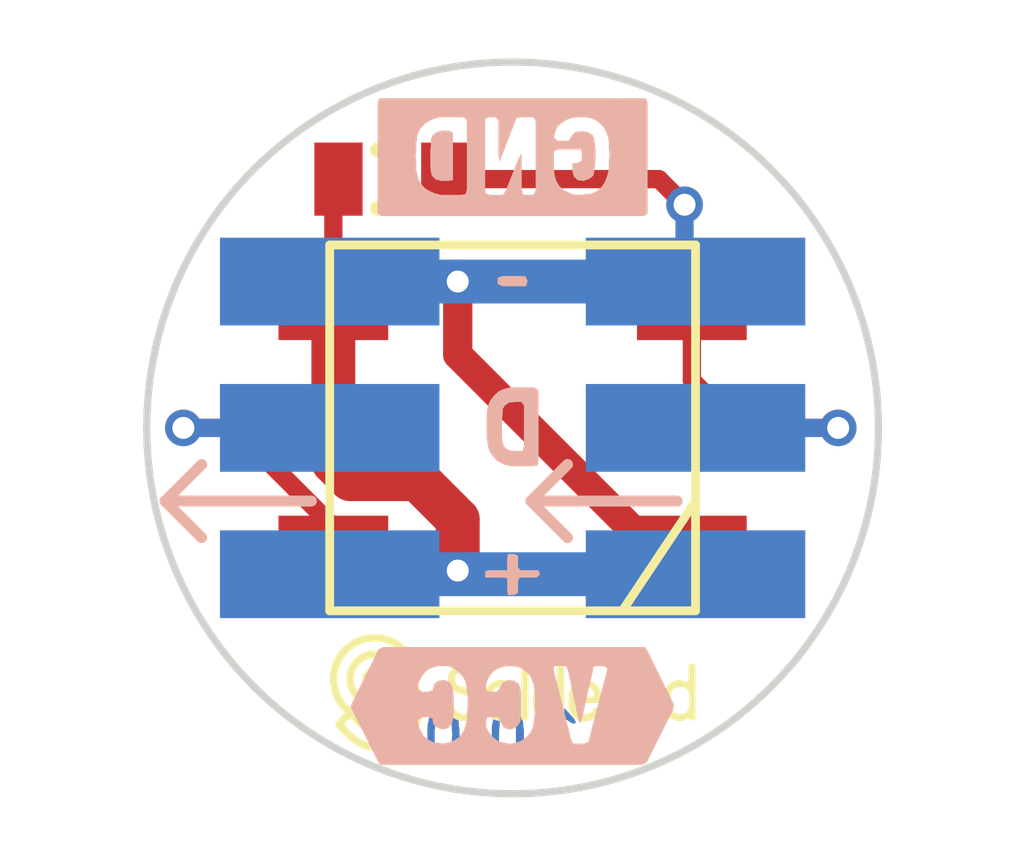
<source format=kicad_pcb>
(kicad_pcb (version 20211014) (generator pcbnew)
  (title_block (title "Smart LED WS2812B Pixel") (date "2021-07-26") (rev "V1.0.0.") (company "SOLDERED") (comment 1 "333054"))
  (layers (0 "F.Cu" signal) (31 "B.Cu" signal) (34 "B.Paste" user) (35 "F.Paste" user) (36 "B.SilkS" user "B.Silkscreen") (37 "F.SilkS" user "F.Silkscreen") (38 "B.Mask" user) (39 "F.Mask" user) (44 "Edge.Cuts" user))
  (net 0 "")
  (net 1 "VCC")
  (net 2 "GND")
  (net 3 "Net-(LED1-Pad2)")
  (net 4 "Net-(LED1-Pad4)")
  (footprint "e-radionica.com footprinti:WS2812B LED" (layer "F.Cu") (at 118 114)
    (fp_text reference "LED1")
    (fp_text value "WS2812B")
    (pad "1" smd rect (at -2.45 -1.65) (size 1.5 0.9) (layers "F.Cu" "F.Paste" "F.Mask") (net 1 "VCC"))
    (pad "2" smd rect (at -2.45 1.65) (size 1.5 0.9) (layers "F.Cu" "F.Paste" "F.Mask") (net 3 "Net-(LED1-Pad2)"))
    (pad "3" smd rect (at 2.45 1.65) (size 1.5 0.9) (layers "F.Cu" "F.Paste" "F.Mask") (net 2 "GND"))
    (pad "4" smd rect (at 2.45 -1.65) (size 1.5 0.9) (layers "F.Cu" "F.Paste" "F.Mask") (net 4 "Net-(LED1-Pad4)"))
  )
  (footprint "e-radionica.com footprinti:0603C" (layer "F.Cu") (at 116.35 110.6)
    (fp_text reference "C1")
    (fp_text value "100n")
    (pad "1" smd rect locked (at -0.73 0) (size 0.66 1) (layers "F.Cu" "F.Paste" "F.Mask") (net 1 "VCC"))
    (pad "2" smd rect locked (at 0.73 0) (size 0.66 1) (layers "F.Cu" "F.Paste" "F.Mask") (net 2 "GND"))
  )
  (footprint "Soldered Graphics:Logo-Front-SolderedFULL-5mm" (layer "F.Cu") (at 118 117.62)
    (fp_text reference "G***" hide)
    (fp_text value "LOGO" hide)
  )
  (footprint "e-radionica.com footprinti:PAD_2x1.5" (layer "B.Cu") (at 121 116 180)
    (fp_text reference "PAD6")
    (fp_text value "PAD_2x1.5")
    (pad "1" smd rect (at 0.5 0 180) (size 3 1.2) (layers "B.Cu" "B.Paste" "B.Mask") (net 1 "VCC"))
  )
  (footprint "e-radionica.com footprinti:PAD_2x1.5" (layer "B.Cu") (at 121 112 180)
    (fp_text reference "PAD5")
    (fp_text value "PAD_2x1.5")
    (pad "1" smd rect (at 0.5 0 180) (size 3 1.2) (layers "B.Cu" "B.Paste" "B.Mask") (net 2 "GND"))
  )
  (footprint "e-radionica.com footprinti:PAD_2x1.5" (layer "B.Cu") (at 115 116 180)
    (fp_text reference "PAD3")
    (fp_text value "PAD_2x1.5")
    (pad "1" smd rect (at -0.5 0 180) (size 3 1.2) (layers "B.Cu" "B.Paste" "B.Mask") (net 1 "VCC"))
  )
  (footprint "e-radionica.com footprinti:PAD_2x1.5" (layer "B.Cu") (at 121 114 180)
    (fp_text reference "PAD2")
    (fp_text value "PAD_2x1.5")
    (pad "1" smd rect (at 0.5 0 180) (size 3 1.2) (layers "B.Cu" "B.Paste" "B.Mask") (net 4 "Net-(LED1-Pad4)"))
  )
  (footprint "e-radionica.com footprinti:PAD_2x1.5" (layer "B.Cu") (at 115.5 112 180)
    (fp_text reference "PAD1")
    (fp_text value "PAD_2x1.5")
    (pad "1" smd rect (at 0 0 180) (size 3 1.2) (layers "B.Cu" "B.Paste" "B.Mask") (net 2 "GND"))
  )
  (footprint "Soldered Graphics:Version1.0.0." (layer "B.Cu") (at 118 118.2 180)
    (fp_text reference "Ref**" hide)
    (fp_text value "Val**" hide)
    (fp_poly (pts (xy 0.06 -0.35) (xy 0.11 -0.35) (xy 0.17 -0.33) (xy 0.13 -0.28) (xy 0.03 -0.28) (xy -0.01 -0.25) (xy -0.03 -0.2) (xy -0.05 -0.15) (xy -0.05 -0.11) (xy -0.05 0.01) (xy -0.05 0.13) (xy -0.05 0.17) (xy -0.03 0.22) (xy -0.01 0.27) (xy 0.02 0.3) (xy 0.13 0.3) (xy 0.16 0.26) (xy 0.18 0.21) (xy 0.18 0.15) (xy 0.19 0.05) (xy 0.19 -0.08) (xy 0.19 -0.12) (xy 0.18 -0.17) (xy 0.16 -0.22) (xy 0.14 -0.27) (xy 0.14 -0.28) (xy 0.17 -0.32) (xy 0.21 -0.29) (xy 0.24 -0.26) (xy 0.26 -0.22) (xy 0.27 -0.16) (xy 0.28 -0.11) (xy 0.28 -0.06) (xy 0.28 0.06) (xy 0.28 0.12) (xy 0.27 0.17) (xy 0.26 0.22) (xy 0.25 0.27) (xy 0.22 0.3) (xy 0.19 0.34) (xy 0.13 0.37) (xy 0.08 0.38) (xy 0.02 0.38) (xy -0.03 0.35) (xy -0.08 0.31) (xy -0.1 0.28) (xy -0.12 0.23) (xy -0.14 0.18) (xy -0.14 0.13) (xy -0.15 0.08) (xy -0.15 -0.04) (xy -0.14 -0.1) (xy -0.14 -0.14) (xy -0.13 -0.2) (xy -0.11 -0.25) (xy -0.08 -0.28) (xy -0.05 -0.32) (xy 0.01 -0.35) (xy 0.06 -0.35)) (layer "B.Cu") (width 0.01) (fill solid))
    (fp_poly (pts (xy -0.44 -0.38) (xy -0.39 -0.38) (xy -0.34 -0.37) (xy -0.34 -0.33) (xy -0.34 -0.27) (xy -0.38 -0.26) (xy -0.43 -0.26) (xy -0.46 -0.29) (xy -0.46 -0.34) (xy -0.44 -0.38)) (layer "B.Cu") (width 0.01) (fill solid))
    (fp_poly (pts (xy 0.43 -0.38) (xy 0.48 -0.38) (xy 0.54 -0.37) (xy 0.54 -0.33) (xy 0.54 -0.27) (xy 0.5 -0.26) (xy 0.45 -0.26) (xy 0.42 -0.29) (xy 0.42 -0.34) (xy 0.43 -0.38)) (layer "B.Cu") (width 0.01) (fill solid))
    (fp_poly (pts (xy 0.93 -0.35) (xy 0.99 -0.35) (xy 1.04 -0.33) (xy 1.01 -0.28) (xy 0.91 -0.28) (xy 0.87 -0.25) (xy 0.85 -0.2) (xy 0.83 -0.15) (xy 0.83 -0.11) (xy 0.82 0.01) (xy 0.83 0.13) (xy 0.83 0.17) (xy 0.84 0.22) (xy 0.87 0.27) (xy 0.9 0.3) (xy 1.01 0.3) (xy 1.04 0.26) (xy 1.05 0.21) (xy 1.06 0.15) (xy 1.07 0.05) (xy 1.07 -0.08) (xy 1.06 -0.12) (xy 1.06 -0.17) (xy 1.04 -0.22) (xy 1.02 -0.27) (xy 1.01 -0.28) (xy 1.05 -0.32) (xy 1.09 -0.29) (xy 1.12 -0.26) (xy 1.14 -0.22) (xy 1.15 -0.16) (xy 1.16 -0.11) (xy 1.16 -0.06) (xy 1.16 0.06) (xy 1.16 0.12) (xy 1.15 0.17) (xy 1.14 0.22) (xy 1.13 0.27) (xy 1.1 0.3) (xy 1.06 0.34) (xy 1.01 0.37) (xy 0.95 0.38) (xy 0.9 0.38) (xy 0.84 0.35) (xy 0.8 0.31) (xy 0.78 0.28) (xy 0.75 0.23) (xy 0.74 0.18) (xy 0.74 0.13) (xy 0.73 0.08) (xy 0.73 -0.04) (xy 0.73 -0.1) (xy 0.74 -0.14) (xy 0.75 -0.2) (xy 0.77 -0.25) (xy 0.79 -0.28) (xy 0.83 -0.32) (xy 0.89 -0.35) (xy 0.93 -0.35)) (layer "B.Cu") (width 0.01) (fill solid))
    (fp_poly (pts (xy 1.31 -0.38) (xy 1.36 -0.38) (xy 1.41 -0.37) (xy 1.42 -0.33) (xy 1.42 -0.27) (xy 1.38 -0.26) (xy 1.33 -0.26) (xy 1.3 -0.29) (xy 1.3 -0.34) (xy 1.31 -0.38)) (layer "B.Cu") (width 0.01) (fill solid))
    (fp_poly (pts (xy -0.67 -0.35) (xy -0.62 -0.35) (xy -0.6 -0.31) (xy -0.6 0.35) (xy -0.64 0.38) (xy -0.69 0.38) (xy -0.73 0.34) (xy -0.84 0.22) (xy -0.86 0.17) (xy -0.83 0.16) (xy -0.73 0.22) (xy -0.69 0.23) (xy -0.69 -0.31) (xy -0.67 -0.35)) (layer "B.Cu") (width 0.01) (fill solid))
    (fp_poly (pts (xy -1.33 -0.35) (xy -1.27 -0.35) (xy -1.25 -0.31) (xy -1.09 0.1) (xy -1.11 0.13) (xy -1.16 0.13) (xy -1.19 0.1) (xy -1.28 -0.16) (xy -1.3 -0.21) (xy -1.32 -0.17) (xy -1.41 0.09) (xy -1.44 0.13) (xy -1.49 0.13) (xy -1.51 0.1) (xy -1.36 -0.31) (xy -1.33 -0.35)) (layer "B.Cu") (width 0.01) (fill solid))
  )
  (footprint "buzzardLabel" (layer "B.Cu") (at 118 112 180)
    (fp_text reference "" (at 0 0) (layer "B.SilkS") (effects (font (size 1.27 1.27)) (justify mirror)))
    (fp_text value "" (at 0 0) (layer "B.SilkS") (effects (font (size 1.27 1.27)) (justify mirror)))
  )
  (footprint "buzzardLabel" (layer "B.Cu") (at 118 116 180)
    (fp_text reference "" (at 0 0) (layer "B.SilkS") (effects (font (size 1.27 1.27)) (justify mirror)))
    (fp_text value "" (at 0 0) (layer "B.SilkS") (effects (font (size 1.27 1.27)) (justify mirror)))
  )
  (footprint "buzzardLabel" (layer "B.Cu") (at 118 114 180)
    (fp_text reference "" (at 0 0) (layer "B.SilkS") (effects (font (size 1.27 1.27)) (justify mirror)))
    (fp_text value "" (at 0 0) (layer "B.SilkS") (effects (font (size 1.27 1.27)) (justify mirror)))
  )
  (footprint "buzzardLabel" (layer "B.Cu") (at 118 110.3 180)
    (fp_text reference "" (at 0 0) (layer "B.SilkS") (effects (font (size 1.27 1.27)) (justify mirror)))
    (fp_text value "" (at 0 0) (layer "B.SilkS") (effects (font (size 1.27 1.27)) (justify mirror)))
  )
  (footprint "e-radionica.com footprinti:PAD_2x1.5" (layer "B.Cu") (at 115 114 -90)
    (fp_text reference "PAD4")
    (fp_text value "PAD_2x1.5")
    (pad "1" smd rect (at 0 -0.5 180) (size 3 1.2) (layers "B.Cu" "B.Paste" "B.Mask") (net 3 "Net-(LED1-Pad2)"))
  )
  (footprint "buzzardLabel" (layer "B.Cu") (at 118 117.8 180)
    (fp_text reference "" (at 0 0) (layer "B.SilkS") (effects (font (size 1.27 1.27)) (justify mirror)))
    (fp_text value "" (at 0 0) (layer "B.SilkS") (effects (font (size 1.27 1.27)) (justify mirror)))
  )
  (gr_line (start 115.25 115) (end 113.25 115) (layer "B.SilkS") (width 0.15))
  (gr_line (start 113.75 114.5) (end 113.25 115) (layer "B.SilkS") (width 0.15))
  (gr_line (start 113.25 115) (end 113.75 115.5) (layer "B.SilkS") (width 0.15))
  (gr_line (start 118.75 114.5) (end 118.25 115) (layer "B.SilkS") (width 0.15))
  (gr_line (start 118.25 115) (end 118.75 115.5) (layer "B.SilkS") (width 0.15))
  (gr_line (start 120.25 115) (end 118.25 115) (layer "B.SilkS") (width 0.15))
  (gr_circle (center 118 114) (end 118 109) (layer "Edge.Cuts") (width 0.1) (fill none))
  (segment (start 117.25 115.25088) (end 116.699609 114.700489) (width 0.6) (layer "F.Cu") (net 1))
  (segment (start 115.55 110.67) (end 115.62 110.6) (width 0.25) (layer "F.Cu") (net 1))
  (segment (start 115.55 114.466796) (end 115.55 112.35) (width 0.6) (layer "F.Cu") (net 1))
  (segment (start 115.783693 114.700489) (end 115.55 114.466796) (width 0.6) (layer "F.Cu") (net 1))
  (segment (start 115.55 112.35) (end 115.55 110.67) (width 0.25) (layer "F.Cu") (net 1))
  (segment (start 116.699609 114.700489) (end 115.783693 114.700489) (width 0.6) (layer "F.Cu") (net 1))
  (segment (start 117.25 115.95) (end 117.25 115.25088) (width 0.6) (layer "F.Cu") (net 1))
  (via (at 117.25 115.95) (size 0.5) (drill 0.3) (layers "F.Cu" "B.Cu") (net 1))
  (segment (start 115.5 116) (end 120.5 116) (width 0.6) (layer "B.Cu") (net 1))
  (segment (start 117.25 113) (end 119.9 115.65) (width 0.4) (layer "F.Cu") (net 2))
  (segment (start 117.25 112) (end 117.25 113) (width 0.4) (layer "F.Cu") (net 2))
  (segment (start 117.08 110.6) (end 120 110.6) (width 0.25) (layer "F.Cu") (net 2))
  (segment (start 120 110.6) (end 120.35 110.95) (width 0.25) (layer "F.Cu") (net 2))
  (segment (start 119.9 115.65) (end 120.45 115.65) (width 0.4) (layer "F.Cu") (net 2))
  (via (at 117.25 112) (size 0.5) (drill 0.3) (layers "F.Cu" "B.Cu") (net 2))
  (via (at 120.35 110.95) (size 0.5) (drill 0.3) (layers "F.Cu" "B.Cu") (net 2))
  (segment (start 115.5 112) (end 117.25 112) (width 0.6) (layer "B.Cu") (net 2))
  (segment (start 120.35 111.85) (end 120.5 112) (width 0.25) (layer "B.Cu") (net 2))
  (segment (start 120.35 110.95) (end 120.35 111.85) (width 0.25) (layer "B.Cu") (net 2))
  (segment (start 117.25 112) (end 120.5 112) (width 0.6) (layer "B.Cu") (net 2))
  (segment (start 114.2 114) (end 115.55 115.35) (width 0.25) (layer "F.Cu") (net 3))
  (segment (start 115.55 115.35) (end 115.55 115.65) (width 0.25) (layer "F.Cu") (net 3))
  (segment (start 113.5 114) (end 114.2 114) (width 0.25) (layer "F.Cu") (net 3))
  (via (at 113.5 114) (size 0.5) (drill 0.3) (layers "F.Cu" "B.Cu") (net 3))
  (segment (start 113.5 114) (end 115.5 114) (width 0.25) (layer "B.Cu") (net 3))
  (segment (start 120.45 113.35) (end 121.1 114) (width 0.25) (layer "F.Cu") (net 4))
  (segment (start 120.45 112.35) (end 120.45 113.35) (width 0.25) (layer "F.Cu") (net 4))
  (segment (start 121.1 114) (end 122.45 114) (width 0.25) (layer "F.Cu") (net 4))
  (via (at 122.45 114) (size 0.5) (drill 0.3) (layers "F.Cu" "B.Cu") (net 4))
  (segment (start 120.5 114) (end 122.45 114) (width 0.25) (layer "B.Cu") (net 4))
)
</source>
